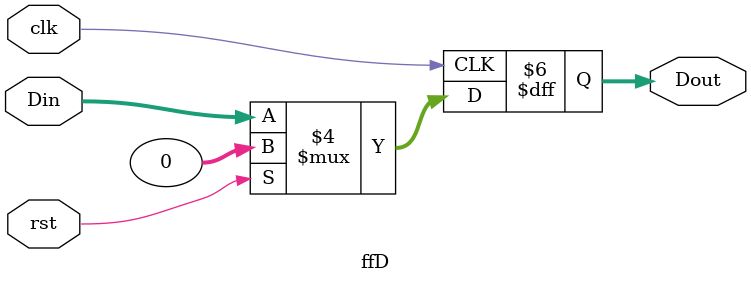
<source format=v>
module ffD(clk, rst, Din, Dout);

input clk, rst;
input [31:0]Din;
output [31:0]Dout;
reg [31:0]Dout;

always@(posedge clk) 
begin
	if(rst==1)
	Dout <= 0;
	else
	Dout <= Din;
end

endmodule 
</source>
